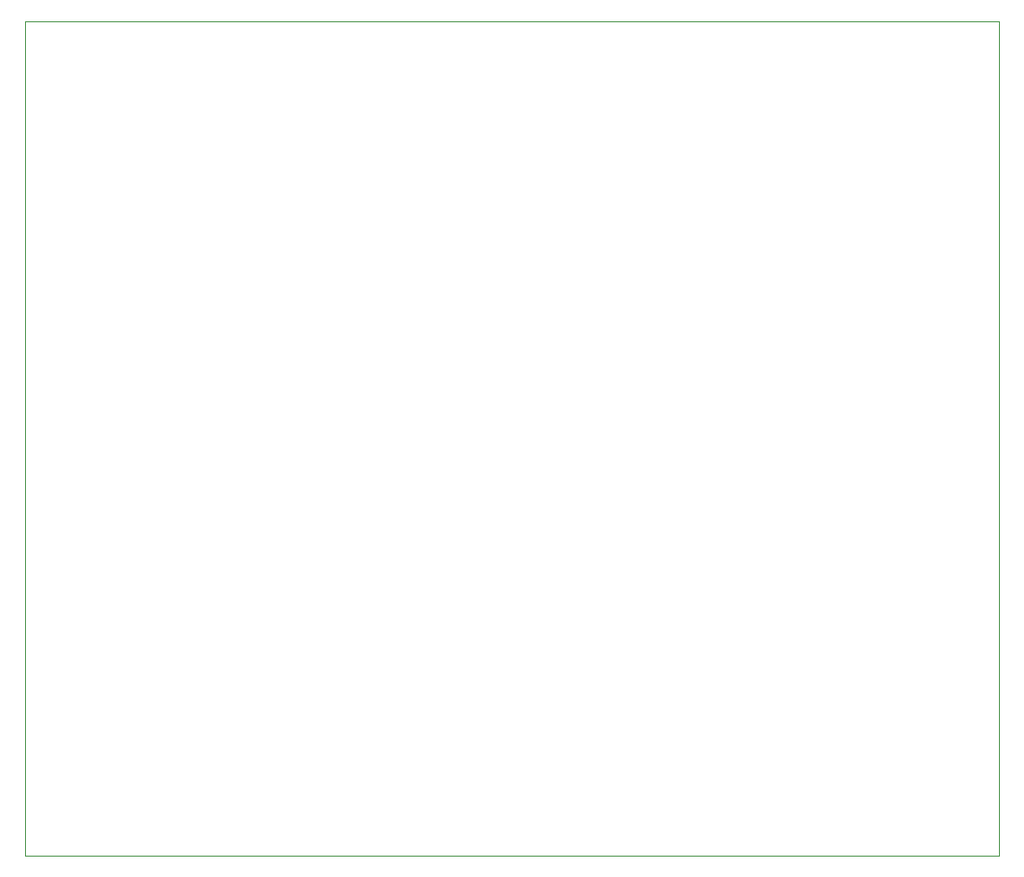
<source format=gbr>
%TF.GenerationSoftware,KiCad,Pcbnew,(6.0.4)*%
%TF.CreationDate,2022-12-06T21:14:28+05:00*%
%TF.ProjectId,max,6d61782e-6b69-4636-9164-5f7063625858,rev?*%
%TF.SameCoordinates,Original*%
%TF.FileFunction,Profile,NP*%
%FSLAX46Y46*%
G04 Gerber Fmt 4.6, Leading zero omitted, Abs format (unit mm)*
G04 Created by KiCad (PCBNEW (6.0.4)) date 2022-12-06 21:14:28*
%MOMM*%
%LPD*%
G01*
G04 APERTURE LIST*
%TA.AperFunction,Profile*%
%ADD10C,0.100000*%
%TD*%
G04 APERTURE END LIST*
D10*
X91440000Y-111760000D02*
X91440000Y-35560000D01*
X180340000Y-111760000D02*
X91440000Y-111760000D01*
X180340000Y-35560000D02*
X180340000Y-111760000D01*
X91440000Y-35560000D02*
X180340000Y-35560000D01*
M02*

</source>
